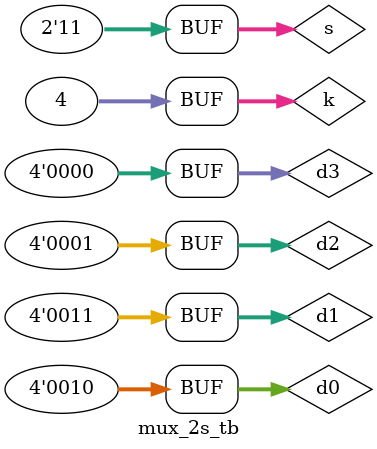
<source format=v>
module mux_2s #(
 parameter w = 4
 ) (
 input [ w-1: 0] d0 , d1 , d2 , d3 , 
 input [ 1 : 0 ] s , 
 output [ w-1: 0] o 
 );

assign o=(s==0)?d0:{w{1'bz}};
assign o=(s==1)?d1:{w{1'bz}};
assign o=(s==2)?d2:{w{1'bz}};
assign o=(s==3)?d3:{w{1'bz}};
endmodule

module mux_2s_tb;
reg [3:0] d0,d1,d2,d3;
reg [1:0] s;
wire [3:0] o;
mux_2s dut(
    .d0(d0),
    .d1(d1),
    .d2(d2),
    .d3(d3),
    .s(s),
    .o(o)
);

integer k;
	initial begin
		$display("Time\ti\to");
		$monitor("%0t\t%b\t%b\t%b\t%b\t%b", $time,d0,d1,d2,d3,o);
		d0=2;d1=3;d2=1;d3=0;
        s=0;
		for (k = 0; k < 4; k = k + 1)
			#20 s=k;
	end
 
endmodule



</source>
